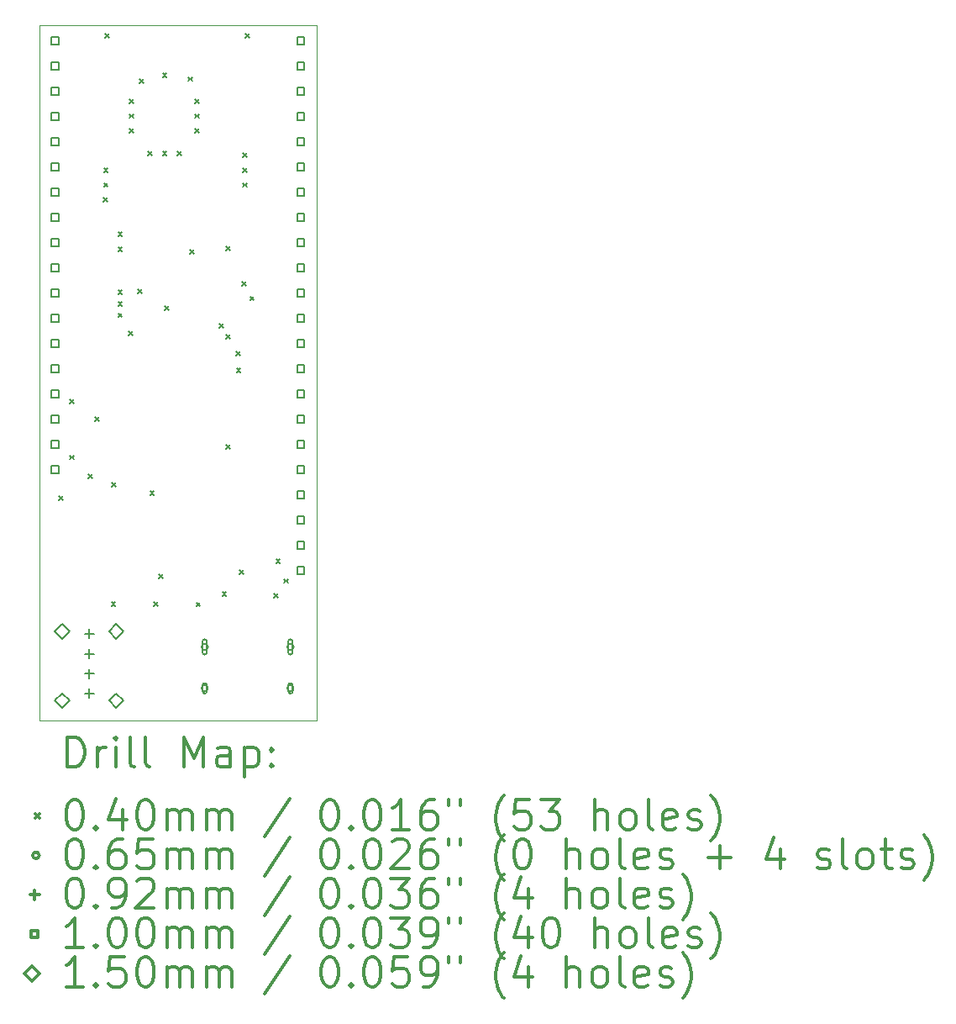
<source format=gbr>
%FSLAX45Y45*%
G04 Gerber Fmt 4.5, Leading zero omitted, Abs format (unit mm)*
G04 Created by KiCad (PCBNEW 5.1.9-73d0e3b20d~88~ubuntu20.04.1) date 2021-03-20 23:45:22*
%MOMM*%
%LPD*%
G01*
G04 APERTURE LIST*
%TA.AperFunction,Profile*%
%ADD10C,0.100000*%
%TD*%
%ADD11C,0.200000*%
%ADD12C,0.300000*%
G04 APERTURE END LIST*
D10*
X16480000Y-6710000D02*
X16480000Y-13710000D01*
X13690000Y-6710000D02*
X16480000Y-6710000D01*
X13690000Y-13710000D02*
X13690000Y-6710000D01*
X16480000Y-13710000D02*
X13690000Y-13710000D01*
D11*
X13884976Y-11453434D02*
X13924976Y-11493434D01*
X13924976Y-11453434D02*
X13884976Y-11493434D01*
X13997000Y-11042000D02*
X14037000Y-11082000D01*
X14037000Y-11042000D02*
X13997000Y-11082000D01*
X13997000Y-10479000D02*
X14037000Y-10519000D01*
X14037000Y-10479000D02*
X13997000Y-10519000D01*
X14181000Y-11234000D02*
X14221000Y-11274000D01*
X14221000Y-11234000D02*
X14181000Y-11274000D01*
X14247000Y-10656000D02*
X14287000Y-10696000D01*
X14287000Y-10656000D02*
X14247000Y-10696000D01*
X14335064Y-8450138D02*
X14375064Y-8490138D01*
X14375064Y-8450138D02*
X14335064Y-8490138D01*
X14336080Y-8149910D02*
X14376080Y-8189910D01*
X14376080Y-8149910D02*
X14336080Y-8189910D01*
X14336080Y-8300024D02*
X14376080Y-8340024D01*
X14376080Y-8300024D02*
X14336080Y-8340024D01*
X14352690Y-6800000D02*
X14392690Y-6840000D01*
X14392690Y-6800000D02*
X14352690Y-6840000D01*
X14412500Y-12520500D02*
X14452500Y-12560500D01*
X14452500Y-12520500D02*
X14412500Y-12560500D01*
X14415000Y-11318000D02*
X14455000Y-11358000D01*
X14455000Y-11318000D02*
X14415000Y-11358000D01*
X14480793Y-8794207D02*
X14520793Y-8834207D01*
X14520793Y-8794207D02*
X14480793Y-8834207D01*
X14480793Y-8946793D02*
X14520793Y-8986793D01*
X14520793Y-8946793D02*
X14480793Y-8986793D01*
X14480793Y-9376793D02*
X14520793Y-9416793D01*
X14520793Y-9376793D02*
X14480793Y-9416793D01*
X14480793Y-9495000D02*
X14520793Y-9535000D01*
X14520793Y-9495000D02*
X14480793Y-9535000D01*
X14480793Y-9613207D02*
X14520793Y-9653207D01*
X14520793Y-9613207D02*
X14480793Y-9653207D01*
X14590000Y-9795000D02*
X14630000Y-9835000D01*
X14630000Y-9795000D02*
X14590000Y-9835000D01*
X14598000Y-7455000D02*
X14638000Y-7495000D01*
X14638000Y-7455000D02*
X14598000Y-7495000D01*
X14598000Y-7605000D02*
X14638000Y-7645000D01*
X14638000Y-7605000D02*
X14598000Y-7645000D01*
X14598000Y-7755000D02*
X14638000Y-7795000D01*
X14638000Y-7755000D02*
X14598000Y-7795000D01*
X14678000Y-9372000D02*
X14718000Y-9412000D01*
X14718000Y-9372000D02*
X14678000Y-9412000D01*
X14699000Y-7255000D02*
X14739000Y-7295000D01*
X14739000Y-7255000D02*
X14699000Y-7295000D01*
X14781000Y-7981000D02*
X14821000Y-8021000D01*
X14821000Y-7981000D02*
X14781000Y-8021000D01*
X14802000Y-11402000D02*
X14842000Y-11442000D01*
X14842000Y-11402000D02*
X14802000Y-11442000D01*
X14839500Y-12521500D02*
X14879500Y-12561500D01*
X14879500Y-12521500D02*
X14839500Y-12561500D01*
X14891000Y-12240000D02*
X14931000Y-12280000D01*
X14931000Y-12240000D02*
X14891000Y-12280000D01*
X14930000Y-7195000D02*
X14970000Y-7235000D01*
X14970000Y-7195000D02*
X14930000Y-7235000D01*
X14931000Y-7981000D02*
X14971000Y-8021000D01*
X14971000Y-7981000D02*
X14931000Y-8021000D01*
X14952000Y-9538000D02*
X14992000Y-9578000D01*
X14992000Y-9538000D02*
X14952000Y-9578000D01*
X15081000Y-7981000D02*
X15121000Y-8021000D01*
X15121000Y-7981000D02*
X15081000Y-8021000D01*
X15187000Y-7233000D02*
X15227000Y-7273000D01*
X15227000Y-7233000D02*
X15187000Y-7273000D01*
X15206000Y-8972000D02*
X15246000Y-9012000D01*
X15246000Y-8972000D02*
X15206000Y-9012000D01*
X15253000Y-7755000D02*
X15293000Y-7795000D01*
X15293000Y-7755000D02*
X15253000Y-7795000D01*
X15253100Y-7605000D02*
X15293100Y-7645000D01*
X15293100Y-7605000D02*
X15253100Y-7645000D01*
X15254000Y-7455000D02*
X15294000Y-7495000D01*
X15294000Y-7455000D02*
X15254000Y-7495000D01*
X15268000Y-12525000D02*
X15308000Y-12565000D01*
X15308000Y-12525000D02*
X15268000Y-12565000D01*
X15499000Y-9721000D02*
X15539000Y-9761000D01*
X15539000Y-9721000D02*
X15499000Y-9761000D01*
X15530000Y-12416000D02*
X15570000Y-12456000D01*
X15570000Y-12416000D02*
X15530000Y-12456000D01*
X15569000Y-8938000D02*
X15609000Y-8978000D01*
X15609000Y-8938000D02*
X15569000Y-8978000D01*
X15572000Y-9829000D02*
X15612000Y-9869000D01*
X15612000Y-9829000D02*
X15572000Y-9869000D01*
X15572000Y-10940000D02*
X15612000Y-10980000D01*
X15612000Y-10940000D02*
X15572000Y-10980000D01*
X15673000Y-9995000D02*
X15713000Y-10035000D01*
X15713000Y-9995000D02*
X15673000Y-10035000D01*
X15675000Y-10167000D02*
X15715000Y-10207000D01*
X15715000Y-10167000D02*
X15675000Y-10207000D01*
X15707000Y-12196000D02*
X15747000Y-12236000D01*
X15747000Y-12196000D02*
X15707000Y-12236000D01*
X15727000Y-9295000D02*
X15767000Y-9335000D01*
X15767000Y-9295000D02*
X15727000Y-9335000D01*
X15738414Y-7999796D02*
X15778414Y-8039796D01*
X15778414Y-7999796D02*
X15738414Y-8039796D01*
X15738414Y-8149910D02*
X15778414Y-8189910D01*
X15778414Y-8149910D02*
X15738414Y-8189910D01*
X15738414Y-8299770D02*
X15778414Y-8339770D01*
X15778414Y-8299770D02*
X15738414Y-8339770D01*
X15761174Y-6800000D02*
X15801174Y-6840000D01*
X15801174Y-6800000D02*
X15761174Y-6840000D01*
X15811000Y-9442000D02*
X15851000Y-9482000D01*
X15851000Y-9442000D02*
X15811000Y-9482000D01*
X16051000Y-12437000D02*
X16091000Y-12477000D01*
X16091000Y-12437000D02*
X16051000Y-12477000D01*
X16072000Y-12087000D02*
X16112000Y-12127000D01*
X16112000Y-12087000D02*
X16072000Y-12127000D01*
X16151498Y-12287502D02*
X16191498Y-12327502D01*
X16191498Y-12287502D02*
X16151498Y-12327502D01*
X15386500Y-12972000D02*
G75*
G03*
X15386500Y-12972000I-32500J0D01*
G01*
X15331500Y-12917000D02*
X15331500Y-13027000D01*
X15376500Y-12917000D02*
X15376500Y-13027000D01*
X15331500Y-13027000D02*
G75*
G03*
X15376500Y-13027000I22500J0D01*
G01*
X15376500Y-12917000D02*
G75*
G03*
X15331500Y-12917000I-22500J0D01*
G01*
X15386500Y-13390000D02*
G75*
G03*
X15386500Y-13390000I-32500J0D01*
G01*
X15331500Y-13360000D02*
X15331500Y-13420000D01*
X15376500Y-13360000D02*
X15376500Y-13420000D01*
X15331500Y-13420000D02*
G75*
G03*
X15376500Y-13420000I22500J0D01*
G01*
X15376500Y-13360000D02*
G75*
G03*
X15331500Y-13360000I-22500J0D01*
G01*
X16250500Y-12972000D02*
G75*
G03*
X16250500Y-12972000I-32500J0D01*
G01*
X16195500Y-12917000D02*
X16195500Y-13027000D01*
X16240500Y-12917000D02*
X16240500Y-13027000D01*
X16195500Y-13027000D02*
G75*
G03*
X16240500Y-13027000I22500J0D01*
G01*
X16240500Y-12917000D02*
G75*
G03*
X16195500Y-12917000I-22500J0D01*
G01*
X16250500Y-13390000D02*
G75*
G03*
X16250500Y-13390000I-32500J0D01*
G01*
X16195500Y-13360000D02*
X16195500Y-13420000D01*
X16240500Y-13360000D02*
X16240500Y-13420000D01*
X16195500Y-13420000D02*
G75*
G03*
X16240500Y-13420000I22500J0D01*
G01*
X16240500Y-13360000D02*
G75*
G03*
X16195500Y-13360000I-22500J0D01*
G01*
X14190000Y-12794000D02*
X14190000Y-12886000D01*
X14144000Y-12840000D02*
X14236000Y-12840000D01*
X14190000Y-12994000D02*
X14190000Y-13086000D01*
X14144000Y-13040000D02*
X14236000Y-13040000D01*
X14190000Y-13194000D02*
X14190000Y-13286000D01*
X14144000Y-13240000D02*
X14236000Y-13240000D01*
X14190000Y-13394000D02*
X14190000Y-13486000D01*
X14144000Y-13440000D02*
X14236000Y-13440000D01*
X13880356Y-6902856D02*
X13880356Y-6832144D01*
X13809644Y-6832144D01*
X13809644Y-6902856D01*
X13880356Y-6902856D01*
X13880356Y-7156856D02*
X13880356Y-7086144D01*
X13809644Y-7086144D01*
X13809644Y-7156856D01*
X13880356Y-7156856D01*
X13880356Y-7410856D02*
X13880356Y-7340144D01*
X13809644Y-7340144D01*
X13809644Y-7410856D01*
X13880356Y-7410856D01*
X13880356Y-7664856D02*
X13880356Y-7594144D01*
X13809644Y-7594144D01*
X13809644Y-7664856D01*
X13880356Y-7664856D01*
X13880356Y-7918856D02*
X13880356Y-7848144D01*
X13809644Y-7848144D01*
X13809644Y-7918856D01*
X13880356Y-7918856D01*
X13880356Y-8172856D02*
X13880356Y-8102144D01*
X13809644Y-8102144D01*
X13809644Y-8172856D01*
X13880356Y-8172856D01*
X13880356Y-8426856D02*
X13880356Y-8356144D01*
X13809644Y-8356144D01*
X13809644Y-8426856D01*
X13880356Y-8426856D01*
X13880356Y-8680856D02*
X13880356Y-8610144D01*
X13809644Y-8610144D01*
X13809644Y-8680856D01*
X13880356Y-8680856D01*
X13880356Y-8934856D02*
X13880356Y-8864144D01*
X13809644Y-8864144D01*
X13809644Y-8934856D01*
X13880356Y-8934856D01*
X13880356Y-9188856D02*
X13880356Y-9118144D01*
X13809644Y-9118144D01*
X13809644Y-9188856D01*
X13880356Y-9188856D01*
X13880356Y-9442856D02*
X13880356Y-9372144D01*
X13809644Y-9372144D01*
X13809644Y-9442856D01*
X13880356Y-9442856D01*
X13880356Y-9696856D02*
X13880356Y-9626144D01*
X13809644Y-9626144D01*
X13809644Y-9696856D01*
X13880356Y-9696856D01*
X13880356Y-9950856D02*
X13880356Y-9880144D01*
X13809644Y-9880144D01*
X13809644Y-9950856D01*
X13880356Y-9950856D01*
X13880356Y-10204856D02*
X13880356Y-10134144D01*
X13809644Y-10134144D01*
X13809644Y-10204856D01*
X13880356Y-10204856D01*
X13880356Y-10458856D02*
X13880356Y-10388144D01*
X13809644Y-10388144D01*
X13809644Y-10458856D01*
X13880356Y-10458856D01*
X13880356Y-10712856D02*
X13880356Y-10642144D01*
X13809644Y-10642144D01*
X13809644Y-10712856D01*
X13880356Y-10712856D01*
X13880356Y-10966856D02*
X13880356Y-10896144D01*
X13809644Y-10896144D01*
X13809644Y-10966856D01*
X13880356Y-10966856D01*
X13880356Y-11220856D02*
X13880356Y-11150144D01*
X13809644Y-11150144D01*
X13809644Y-11220856D01*
X13880356Y-11220856D01*
X16359356Y-6902856D02*
X16359356Y-6832144D01*
X16288644Y-6832144D01*
X16288644Y-6902856D01*
X16359356Y-6902856D01*
X16359356Y-7156856D02*
X16359356Y-7086144D01*
X16288644Y-7086144D01*
X16288644Y-7156856D01*
X16359356Y-7156856D01*
X16359356Y-7410856D02*
X16359356Y-7340144D01*
X16288644Y-7340144D01*
X16288644Y-7410856D01*
X16359356Y-7410856D01*
X16359356Y-7664856D02*
X16359356Y-7594144D01*
X16288644Y-7594144D01*
X16288644Y-7664856D01*
X16359356Y-7664856D01*
X16359356Y-7918856D02*
X16359356Y-7848144D01*
X16288644Y-7848144D01*
X16288644Y-7918856D01*
X16359356Y-7918856D01*
X16359356Y-8172856D02*
X16359356Y-8102144D01*
X16288644Y-8102144D01*
X16288644Y-8172856D01*
X16359356Y-8172856D01*
X16359356Y-8426856D02*
X16359356Y-8356144D01*
X16288644Y-8356144D01*
X16288644Y-8426856D01*
X16359356Y-8426856D01*
X16359356Y-8680856D02*
X16359356Y-8610144D01*
X16288644Y-8610144D01*
X16288644Y-8680856D01*
X16359356Y-8680856D01*
X16359356Y-8934856D02*
X16359356Y-8864144D01*
X16288644Y-8864144D01*
X16288644Y-8934856D01*
X16359356Y-8934856D01*
X16359356Y-9188856D02*
X16359356Y-9118144D01*
X16288644Y-9118144D01*
X16288644Y-9188856D01*
X16359356Y-9188856D01*
X16359356Y-9442856D02*
X16359356Y-9372144D01*
X16288644Y-9372144D01*
X16288644Y-9442856D01*
X16359356Y-9442856D01*
X16359356Y-9696856D02*
X16359356Y-9626144D01*
X16288644Y-9626144D01*
X16288644Y-9696856D01*
X16359356Y-9696856D01*
X16359356Y-9950856D02*
X16359356Y-9880144D01*
X16288644Y-9880144D01*
X16288644Y-9950856D01*
X16359356Y-9950856D01*
X16359356Y-10204856D02*
X16359356Y-10134144D01*
X16288644Y-10134144D01*
X16288644Y-10204856D01*
X16359356Y-10204856D01*
X16359356Y-10458856D02*
X16359356Y-10388144D01*
X16288644Y-10388144D01*
X16288644Y-10458856D01*
X16359356Y-10458856D01*
X16359356Y-10712856D02*
X16359356Y-10642144D01*
X16288644Y-10642144D01*
X16288644Y-10712856D01*
X16359356Y-10712856D01*
X16359356Y-10966856D02*
X16359356Y-10896144D01*
X16288644Y-10896144D01*
X16288644Y-10966856D01*
X16359356Y-10966856D01*
X16359356Y-11220856D02*
X16359356Y-11150144D01*
X16288644Y-11150144D01*
X16288644Y-11220856D01*
X16359356Y-11220856D01*
X16359356Y-11474856D02*
X16359356Y-11404144D01*
X16288644Y-11404144D01*
X16288644Y-11474856D01*
X16359356Y-11474856D01*
X16359356Y-11728856D02*
X16359356Y-11658144D01*
X16288644Y-11658144D01*
X16288644Y-11728856D01*
X16359356Y-11728856D01*
X16359356Y-11982856D02*
X16359356Y-11912144D01*
X16288644Y-11912144D01*
X16288644Y-11982856D01*
X16359356Y-11982856D01*
X16359356Y-12236856D02*
X16359356Y-12166144D01*
X16288644Y-12166144D01*
X16288644Y-12236856D01*
X16359356Y-12236856D01*
X13918000Y-12888000D02*
X13993000Y-12813000D01*
X13918000Y-12738000D01*
X13843000Y-12813000D01*
X13918000Y-12888000D01*
X13918000Y-13588000D02*
X13993000Y-13513000D01*
X13918000Y-13438000D01*
X13843000Y-13513000D01*
X13918000Y-13588000D01*
X14462000Y-12888000D02*
X14537000Y-12813000D01*
X14462000Y-12738000D01*
X14387000Y-12813000D01*
X14462000Y-12888000D01*
X14462000Y-13588000D02*
X14537000Y-13513000D01*
X14462000Y-13438000D01*
X14387000Y-13513000D01*
X14462000Y-13588000D01*
D12*
X13971428Y-14180714D02*
X13971428Y-13880714D01*
X14042857Y-13880714D01*
X14085714Y-13895000D01*
X14114286Y-13923571D01*
X14128571Y-13952143D01*
X14142857Y-14009286D01*
X14142857Y-14052143D01*
X14128571Y-14109286D01*
X14114286Y-14137857D01*
X14085714Y-14166429D01*
X14042857Y-14180714D01*
X13971428Y-14180714D01*
X14271428Y-14180714D02*
X14271428Y-13980714D01*
X14271428Y-14037857D02*
X14285714Y-14009286D01*
X14300000Y-13995000D01*
X14328571Y-13980714D01*
X14357143Y-13980714D01*
X14457143Y-14180714D02*
X14457143Y-13980714D01*
X14457143Y-13880714D02*
X14442857Y-13895000D01*
X14457143Y-13909286D01*
X14471428Y-13895000D01*
X14457143Y-13880714D01*
X14457143Y-13909286D01*
X14642857Y-14180714D02*
X14614286Y-14166429D01*
X14600000Y-14137857D01*
X14600000Y-13880714D01*
X14800000Y-14180714D02*
X14771428Y-14166429D01*
X14757143Y-14137857D01*
X14757143Y-13880714D01*
X15142857Y-14180714D02*
X15142857Y-13880714D01*
X15242857Y-14095000D01*
X15342857Y-13880714D01*
X15342857Y-14180714D01*
X15614286Y-14180714D02*
X15614286Y-14023571D01*
X15600000Y-13995000D01*
X15571428Y-13980714D01*
X15514286Y-13980714D01*
X15485714Y-13995000D01*
X15614286Y-14166429D02*
X15585714Y-14180714D01*
X15514286Y-14180714D01*
X15485714Y-14166429D01*
X15471428Y-14137857D01*
X15471428Y-14109286D01*
X15485714Y-14080714D01*
X15514286Y-14066429D01*
X15585714Y-14066429D01*
X15614286Y-14052143D01*
X15757143Y-13980714D02*
X15757143Y-14280714D01*
X15757143Y-13995000D02*
X15785714Y-13980714D01*
X15842857Y-13980714D01*
X15871428Y-13995000D01*
X15885714Y-14009286D01*
X15900000Y-14037857D01*
X15900000Y-14123571D01*
X15885714Y-14152143D01*
X15871428Y-14166429D01*
X15842857Y-14180714D01*
X15785714Y-14180714D01*
X15757143Y-14166429D01*
X16028571Y-14152143D02*
X16042857Y-14166429D01*
X16028571Y-14180714D01*
X16014286Y-14166429D01*
X16028571Y-14152143D01*
X16028571Y-14180714D01*
X16028571Y-13995000D02*
X16042857Y-14009286D01*
X16028571Y-14023571D01*
X16014286Y-14009286D01*
X16028571Y-13995000D01*
X16028571Y-14023571D01*
X13645000Y-14655000D02*
X13685000Y-14695000D01*
X13685000Y-14655000D02*
X13645000Y-14695000D01*
X14028571Y-14510714D02*
X14057143Y-14510714D01*
X14085714Y-14525000D01*
X14100000Y-14539286D01*
X14114286Y-14567857D01*
X14128571Y-14625000D01*
X14128571Y-14696429D01*
X14114286Y-14753571D01*
X14100000Y-14782143D01*
X14085714Y-14796429D01*
X14057143Y-14810714D01*
X14028571Y-14810714D01*
X14000000Y-14796429D01*
X13985714Y-14782143D01*
X13971428Y-14753571D01*
X13957143Y-14696429D01*
X13957143Y-14625000D01*
X13971428Y-14567857D01*
X13985714Y-14539286D01*
X14000000Y-14525000D01*
X14028571Y-14510714D01*
X14257143Y-14782143D02*
X14271428Y-14796429D01*
X14257143Y-14810714D01*
X14242857Y-14796429D01*
X14257143Y-14782143D01*
X14257143Y-14810714D01*
X14528571Y-14610714D02*
X14528571Y-14810714D01*
X14457143Y-14496429D02*
X14385714Y-14710714D01*
X14571428Y-14710714D01*
X14742857Y-14510714D02*
X14771428Y-14510714D01*
X14800000Y-14525000D01*
X14814286Y-14539286D01*
X14828571Y-14567857D01*
X14842857Y-14625000D01*
X14842857Y-14696429D01*
X14828571Y-14753571D01*
X14814286Y-14782143D01*
X14800000Y-14796429D01*
X14771428Y-14810714D01*
X14742857Y-14810714D01*
X14714286Y-14796429D01*
X14700000Y-14782143D01*
X14685714Y-14753571D01*
X14671428Y-14696429D01*
X14671428Y-14625000D01*
X14685714Y-14567857D01*
X14700000Y-14539286D01*
X14714286Y-14525000D01*
X14742857Y-14510714D01*
X14971428Y-14810714D02*
X14971428Y-14610714D01*
X14971428Y-14639286D02*
X14985714Y-14625000D01*
X15014286Y-14610714D01*
X15057143Y-14610714D01*
X15085714Y-14625000D01*
X15100000Y-14653571D01*
X15100000Y-14810714D01*
X15100000Y-14653571D02*
X15114286Y-14625000D01*
X15142857Y-14610714D01*
X15185714Y-14610714D01*
X15214286Y-14625000D01*
X15228571Y-14653571D01*
X15228571Y-14810714D01*
X15371428Y-14810714D02*
X15371428Y-14610714D01*
X15371428Y-14639286D02*
X15385714Y-14625000D01*
X15414286Y-14610714D01*
X15457143Y-14610714D01*
X15485714Y-14625000D01*
X15500000Y-14653571D01*
X15500000Y-14810714D01*
X15500000Y-14653571D02*
X15514286Y-14625000D01*
X15542857Y-14610714D01*
X15585714Y-14610714D01*
X15614286Y-14625000D01*
X15628571Y-14653571D01*
X15628571Y-14810714D01*
X16214286Y-14496429D02*
X15957143Y-14882143D01*
X16600000Y-14510714D02*
X16628571Y-14510714D01*
X16657143Y-14525000D01*
X16671428Y-14539286D01*
X16685714Y-14567857D01*
X16700000Y-14625000D01*
X16700000Y-14696429D01*
X16685714Y-14753571D01*
X16671428Y-14782143D01*
X16657143Y-14796429D01*
X16628571Y-14810714D01*
X16600000Y-14810714D01*
X16571428Y-14796429D01*
X16557143Y-14782143D01*
X16542857Y-14753571D01*
X16528571Y-14696429D01*
X16528571Y-14625000D01*
X16542857Y-14567857D01*
X16557143Y-14539286D01*
X16571428Y-14525000D01*
X16600000Y-14510714D01*
X16828571Y-14782143D02*
X16842857Y-14796429D01*
X16828571Y-14810714D01*
X16814286Y-14796429D01*
X16828571Y-14782143D01*
X16828571Y-14810714D01*
X17028571Y-14510714D02*
X17057143Y-14510714D01*
X17085714Y-14525000D01*
X17100000Y-14539286D01*
X17114286Y-14567857D01*
X17128571Y-14625000D01*
X17128571Y-14696429D01*
X17114286Y-14753571D01*
X17100000Y-14782143D01*
X17085714Y-14796429D01*
X17057143Y-14810714D01*
X17028571Y-14810714D01*
X17000000Y-14796429D01*
X16985714Y-14782143D01*
X16971428Y-14753571D01*
X16957143Y-14696429D01*
X16957143Y-14625000D01*
X16971428Y-14567857D01*
X16985714Y-14539286D01*
X17000000Y-14525000D01*
X17028571Y-14510714D01*
X17414286Y-14810714D02*
X17242857Y-14810714D01*
X17328571Y-14810714D02*
X17328571Y-14510714D01*
X17300000Y-14553571D01*
X17271428Y-14582143D01*
X17242857Y-14596429D01*
X17671428Y-14510714D02*
X17614286Y-14510714D01*
X17585714Y-14525000D01*
X17571428Y-14539286D01*
X17542857Y-14582143D01*
X17528571Y-14639286D01*
X17528571Y-14753571D01*
X17542857Y-14782143D01*
X17557143Y-14796429D01*
X17585714Y-14810714D01*
X17642857Y-14810714D01*
X17671428Y-14796429D01*
X17685714Y-14782143D01*
X17700000Y-14753571D01*
X17700000Y-14682143D01*
X17685714Y-14653571D01*
X17671428Y-14639286D01*
X17642857Y-14625000D01*
X17585714Y-14625000D01*
X17557143Y-14639286D01*
X17542857Y-14653571D01*
X17528571Y-14682143D01*
X17814286Y-14510714D02*
X17814286Y-14567857D01*
X17928571Y-14510714D02*
X17928571Y-14567857D01*
X18371428Y-14925000D02*
X18357143Y-14910714D01*
X18328571Y-14867857D01*
X18314286Y-14839286D01*
X18300000Y-14796429D01*
X18285714Y-14725000D01*
X18285714Y-14667857D01*
X18300000Y-14596429D01*
X18314286Y-14553571D01*
X18328571Y-14525000D01*
X18357143Y-14482143D01*
X18371428Y-14467857D01*
X18628571Y-14510714D02*
X18485714Y-14510714D01*
X18471428Y-14653571D01*
X18485714Y-14639286D01*
X18514286Y-14625000D01*
X18585714Y-14625000D01*
X18614286Y-14639286D01*
X18628571Y-14653571D01*
X18642857Y-14682143D01*
X18642857Y-14753571D01*
X18628571Y-14782143D01*
X18614286Y-14796429D01*
X18585714Y-14810714D01*
X18514286Y-14810714D01*
X18485714Y-14796429D01*
X18471428Y-14782143D01*
X18742857Y-14510714D02*
X18928571Y-14510714D01*
X18828571Y-14625000D01*
X18871428Y-14625000D01*
X18900000Y-14639286D01*
X18914286Y-14653571D01*
X18928571Y-14682143D01*
X18928571Y-14753571D01*
X18914286Y-14782143D01*
X18900000Y-14796429D01*
X18871428Y-14810714D01*
X18785714Y-14810714D01*
X18757143Y-14796429D01*
X18742857Y-14782143D01*
X19285714Y-14810714D02*
X19285714Y-14510714D01*
X19414286Y-14810714D02*
X19414286Y-14653571D01*
X19400000Y-14625000D01*
X19371428Y-14610714D01*
X19328571Y-14610714D01*
X19300000Y-14625000D01*
X19285714Y-14639286D01*
X19600000Y-14810714D02*
X19571428Y-14796429D01*
X19557143Y-14782143D01*
X19542857Y-14753571D01*
X19542857Y-14667857D01*
X19557143Y-14639286D01*
X19571428Y-14625000D01*
X19600000Y-14610714D01*
X19642857Y-14610714D01*
X19671428Y-14625000D01*
X19685714Y-14639286D01*
X19700000Y-14667857D01*
X19700000Y-14753571D01*
X19685714Y-14782143D01*
X19671428Y-14796429D01*
X19642857Y-14810714D01*
X19600000Y-14810714D01*
X19871428Y-14810714D02*
X19842857Y-14796429D01*
X19828571Y-14767857D01*
X19828571Y-14510714D01*
X20100000Y-14796429D02*
X20071428Y-14810714D01*
X20014286Y-14810714D01*
X19985714Y-14796429D01*
X19971428Y-14767857D01*
X19971428Y-14653571D01*
X19985714Y-14625000D01*
X20014286Y-14610714D01*
X20071428Y-14610714D01*
X20100000Y-14625000D01*
X20114286Y-14653571D01*
X20114286Y-14682143D01*
X19971428Y-14710714D01*
X20228571Y-14796429D02*
X20257143Y-14810714D01*
X20314286Y-14810714D01*
X20342857Y-14796429D01*
X20357143Y-14767857D01*
X20357143Y-14753571D01*
X20342857Y-14725000D01*
X20314286Y-14710714D01*
X20271428Y-14710714D01*
X20242857Y-14696429D01*
X20228571Y-14667857D01*
X20228571Y-14653571D01*
X20242857Y-14625000D01*
X20271428Y-14610714D01*
X20314286Y-14610714D01*
X20342857Y-14625000D01*
X20457143Y-14925000D02*
X20471428Y-14910714D01*
X20500000Y-14867857D01*
X20514286Y-14839286D01*
X20528571Y-14796429D01*
X20542857Y-14725000D01*
X20542857Y-14667857D01*
X20528571Y-14596429D01*
X20514286Y-14553571D01*
X20500000Y-14525000D01*
X20471428Y-14482143D01*
X20457143Y-14467857D01*
X13685000Y-15071000D02*
G75*
G03*
X13685000Y-15071000I-32500J0D01*
G01*
X14028571Y-14906714D02*
X14057143Y-14906714D01*
X14085714Y-14921000D01*
X14100000Y-14935286D01*
X14114286Y-14963857D01*
X14128571Y-15021000D01*
X14128571Y-15092429D01*
X14114286Y-15149571D01*
X14100000Y-15178143D01*
X14085714Y-15192429D01*
X14057143Y-15206714D01*
X14028571Y-15206714D01*
X14000000Y-15192429D01*
X13985714Y-15178143D01*
X13971428Y-15149571D01*
X13957143Y-15092429D01*
X13957143Y-15021000D01*
X13971428Y-14963857D01*
X13985714Y-14935286D01*
X14000000Y-14921000D01*
X14028571Y-14906714D01*
X14257143Y-15178143D02*
X14271428Y-15192429D01*
X14257143Y-15206714D01*
X14242857Y-15192429D01*
X14257143Y-15178143D01*
X14257143Y-15206714D01*
X14528571Y-14906714D02*
X14471428Y-14906714D01*
X14442857Y-14921000D01*
X14428571Y-14935286D01*
X14400000Y-14978143D01*
X14385714Y-15035286D01*
X14385714Y-15149571D01*
X14400000Y-15178143D01*
X14414286Y-15192429D01*
X14442857Y-15206714D01*
X14500000Y-15206714D01*
X14528571Y-15192429D01*
X14542857Y-15178143D01*
X14557143Y-15149571D01*
X14557143Y-15078143D01*
X14542857Y-15049571D01*
X14528571Y-15035286D01*
X14500000Y-15021000D01*
X14442857Y-15021000D01*
X14414286Y-15035286D01*
X14400000Y-15049571D01*
X14385714Y-15078143D01*
X14828571Y-14906714D02*
X14685714Y-14906714D01*
X14671428Y-15049571D01*
X14685714Y-15035286D01*
X14714286Y-15021000D01*
X14785714Y-15021000D01*
X14814286Y-15035286D01*
X14828571Y-15049571D01*
X14842857Y-15078143D01*
X14842857Y-15149571D01*
X14828571Y-15178143D01*
X14814286Y-15192429D01*
X14785714Y-15206714D01*
X14714286Y-15206714D01*
X14685714Y-15192429D01*
X14671428Y-15178143D01*
X14971428Y-15206714D02*
X14971428Y-15006714D01*
X14971428Y-15035286D02*
X14985714Y-15021000D01*
X15014286Y-15006714D01*
X15057143Y-15006714D01*
X15085714Y-15021000D01*
X15100000Y-15049571D01*
X15100000Y-15206714D01*
X15100000Y-15049571D02*
X15114286Y-15021000D01*
X15142857Y-15006714D01*
X15185714Y-15006714D01*
X15214286Y-15021000D01*
X15228571Y-15049571D01*
X15228571Y-15206714D01*
X15371428Y-15206714D02*
X15371428Y-15006714D01*
X15371428Y-15035286D02*
X15385714Y-15021000D01*
X15414286Y-15006714D01*
X15457143Y-15006714D01*
X15485714Y-15021000D01*
X15500000Y-15049571D01*
X15500000Y-15206714D01*
X15500000Y-15049571D02*
X15514286Y-15021000D01*
X15542857Y-15006714D01*
X15585714Y-15006714D01*
X15614286Y-15021000D01*
X15628571Y-15049571D01*
X15628571Y-15206714D01*
X16214286Y-14892429D02*
X15957143Y-15278143D01*
X16600000Y-14906714D02*
X16628571Y-14906714D01*
X16657143Y-14921000D01*
X16671428Y-14935286D01*
X16685714Y-14963857D01*
X16700000Y-15021000D01*
X16700000Y-15092429D01*
X16685714Y-15149571D01*
X16671428Y-15178143D01*
X16657143Y-15192429D01*
X16628571Y-15206714D01*
X16600000Y-15206714D01*
X16571428Y-15192429D01*
X16557143Y-15178143D01*
X16542857Y-15149571D01*
X16528571Y-15092429D01*
X16528571Y-15021000D01*
X16542857Y-14963857D01*
X16557143Y-14935286D01*
X16571428Y-14921000D01*
X16600000Y-14906714D01*
X16828571Y-15178143D02*
X16842857Y-15192429D01*
X16828571Y-15206714D01*
X16814286Y-15192429D01*
X16828571Y-15178143D01*
X16828571Y-15206714D01*
X17028571Y-14906714D02*
X17057143Y-14906714D01*
X17085714Y-14921000D01*
X17100000Y-14935286D01*
X17114286Y-14963857D01*
X17128571Y-15021000D01*
X17128571Y-15092429D01*
X17114286Y-15149571D01*
X17100000Y-15178143D01*
X17085714Y-15192429D01*
X17057143Y-15206714D01*
X17028571Y-15206714D01*
X17000000Y-15192429D01*
X16985714Y-15178143D01*
X16971428Y-15149571D01*
X16957143Y-15092429D01*
X16957143Y-15021000D01*
X16971428Y-14963857D01*
X16985714Y-14935286D01*
X17000000Y-14921000D01*
X17028571Y-14906714D01*
X17242857Y-14935286D02*
X17257143Y-14921000D01*
X17285714Y-14906714D01*
X17357143Y-14906714D01*
X17385714Y-14921000D01*
X17400000Y-14935286D01*
X17414286Y-14963857D01*
X17414286Y-14992429D01*
X17400000Y-15035286D01*
X17228571Y-15206714D01*
X17414286Y-15206714D01*
X17671428Y-14906714D02*
X17614286Y-14906714D01*
X17585714Y-14921000D01*
X17571428Y-14935286D01*
X17542857Y-14978143D01*
X17528571Y-15035286D01*
X17528571Y-15149571D01*
X17542857Y-15178143D01*
X17557143Y-15192429D01*
X17585714Y-15206714D01*
X17642857Y-15206714D01*
X17671428Y-15192429D01*
X17685714Y-15178143D01*
X17700000Y-15149571D01*
X17700000Y-15078143D01*
X17685714Y-15049571D01*
X17671428Y-15035286D01*
X17642857Y-15021000D01*
X17585714Y-15021000D01*
X17557143Y-15035286D01*
X17542857Y-15049571D01*
X17528571Y-15078143D01*
X17814286Y-14906714D02*
X17814286Y-14963857D01*
X17928571Y-14906714D02*
X17928571Y-14963857D01*
X18371428Y-15321000D02*
X18357143Y-15306714D01*
X18328571Y-15263857D01*
X18314286Y-15235286D01*
X18300000Y-15192429D01*
X18285714Y-15121000D01*
X18285714Y-15063857D01*
X18300000Y-14992429D01*
X18314286Y-14949571D01*
X18328571Y-14921000D01*
X18357143Y-14878143D01*
X18371428Y-14863857D01*
X18542857Y-14906714D02*
X18571428Y-14906714D01*
X18600000Y-14921000D01*
X18614286Y-14935286D01*
X18628571Y-14963857D01*
X18642857Y-15021000D01*
X18642857Y-15092429D01*
X18628571Y-15149571D01*
X18614286Y-15178143D01*
X18600000Y-15192429D01*
X18571428Y-15206714D01*
X18542857Y-15206714D01*
X18514286Y-15192429D01*
X18500000Y-15178143D01*
X18485714Y-15149571D01*
X18471428Y-15092429D01*
X18471428Y-15021000D01*
X18485714Y-14963857D01*
X18500000Y-14935286D01*
X18514286Y-14921000D01*
X18542857Y-14906714D01*
X19000000Y-15206714D02*
X19000000Y-14906714D01*
X19128571Y-15206714D02*
X19128571Y-15049571D01*
X19114286Y-15021000D01*
X19085714Y-15006714D01*
X19042857Y-15006714D01*
X19014286Y-15021000D01*
X19000000Y-15035286D01*
X19314286Y-15206714D02*
X19285714Y-15192429D01*
X19271428Y-15178143D01*
X19257143Y-15149571D01*
X19257143Y-15063857D01*
X19271428Y-15035286D01*
X19285714Y-15021000D01*
X19314286Y-15006714D01*
X19357143Y-15006714D01*
X19385714Y-15021000D01*
X19400000Y-15035286D01*
X19414286Y-15063857D01*
X19414286Y-15149571D01*
X19400000Y-15178143D01*
X19385714Y-15192429D01*
X19357143Y-15206714D01*
X19314286Y-15206714D01*
X19585714Y-15206714D02*
X19557143Y-15192429D01*
X19542857Y-15163857D01*
X19542857Y-14906714D01*
X19814286Y-15192429D02*
X19785714Y-15206714D01*
X19728571Y-15206714D01*
X19700000Y-15192429D01*
X19685714Y-15163857D01*
X19685714Y-15049571D01*
X19700000Y-15021000D01*
X19728571Y-15006714D01*
X19785714Y-15006714D01*
X19814286Y-15021000D01*
X19828571Y-15049571D01*
X19828571Y-15078143D01*
X19685714Y-15106714D01*
X19942857Y-15192429D02*
X19971428Y-15206714D01*
X20028571Y-15206714D01*
X20057143Y-15192429D01*
X20071428Y-15163857D01*
X20071428Y-15149571D01*
X20057143Y-15121000D01*
X20028571Y-15106714D01*
X19985714Y-15106714D01*
X19957143Y-15092429D01*
X19942857Y-15063857D01*
X19942857Y-15049571D01*
X19957143Y-15021000D01*
X19985714Y-15006714D01*
X20028571Y-15006714D01*
X20057143Y-15021000D01*
X20428571Y-15092429D02*
X20657143Y-15092429D01*
X20542857Y-15206714D02*
X20542857Y-14978143D01*
X21157143Y-15006714D02*
X21157143Y-15206714D01*
X21085714Y-14892429D02*
X21014286Y-15106714D01*
X21200000Y-15106714D01*
X21528571Y-15192429D02*
X21557143Y-15206714D01*
X21614286Y-15206714D01*
X21642857Y-15192429D01*
X21657143Y-15163857D01*
X21657143Y-15149571D01*
X21642857Y-15121000D01*
X21614286Y-15106714D01*
X21571428Y-15106714D01*
X21542857Y-15092429D01*
X21528571Y-15063857D01*
X21528571Y-15049571D01*
X21542857Y-15021000D01*
X21571428Y-15006714D01*
X21614286Y-15006714D01*
X21642857Y-15021000D01*
X21828571Y-15206714D02*
X21800000Y-15192429D01*
X21785714Y-15163857D01*
X21785714Y-14906714D01*
X21985714Y-15206714D02*
X21957143Y-15192429D01*
X21942857Y-15178143D01*
X21928571Y-15149571D01*
X21928571Y-15063857D01*
X21942857Y-15035286D01*
X21957143Y-15021000D01*
X21985714Y-15006714D01*
X22028571Y-15006714D01*
X22057143Y-15021000D01*
X22071428Y-15035286D01*
X22085714Y-15063857D01*
X22085714Y-15149571D01*
X22071428Y-15178143D01*
X22057143Y-15192429D01*
X22028571Y-15206714D01*
X21985714Y-15206714D01*
X22171428Y-15006714D02*
X22285714Y-15006714D01*
X22214286Y-14906714D02*
X22214286Y-15163857D01*
X22228571Y-15192429D01*
X22257143Y-15206714D01*
X22285714Y-15206714D01*
X22371428Y-15192429D02*
X22400000Y-15206714D01*
X22457143Y-15206714D01*
X22485714Y-15192429D01*
X22500000Y-15163857D01*
X22500000Y-15149571D01*
X22485714Y-15121000D01*
X22457143Y-15106714D01*
X22414286Y-15106714D01*
X22385714Y-15092429D01*
X22371428Y-15063857D01*
X22371428Y-15049571D01*
X22385714Y-15021000D01*
X22414286Y-15006714D01*
X22457143Y-15006714D01*
X22485714Y-15021000D01*
X22600000Y-15321000D02*
X22614286Y-15306714D01*
X22642857Y-15263857D01*
X22657143Y-15235286D01*
X22671428Y-15192429D01*
X22685714Y-15121000D01*
X22685714Y-15063857D01*
X22671428Y-14992429D01*
X22657143Y-14949571D01*
X22642857Y-14921000D01*
X22614286Y-14878143D01*
X22600000Y-14863857D01*
X13639000Y-15421000D02*
X13639000Y-15513000D01*
X13593000Y-15467000D02*
X13685000Y-15467000D01*
X14028571Y-15302714D02*
X14057143Y-15302714D01*
X14085714Y-15317000D01*
X14100000Y-15331286D01*
X14114286Y-15359857D01*
X14128571Y-15417000D01*
X14128571Y-15488429D01*
X14114286Y-15545571D01*
X14100000Y-15574143D01*
X14085714Y-15588429D01*
X14057143Y-15602714D01*
X14028571Y-15602714D01*
X14000000Y-15588429D01*
X13985714Y-15574143D01*
X13971428Y-15545571D01*
X13957143Y-15488429D01*
X13957143Y-15417000D01*
X13971428Y-15359857D01*
X13985714Y-15331286D01*
X14000000Y-15317000D01*
X14028571Y-15302714D01*
X14257143Y-15574143D02*
X14271428Y-15588429D01*
X14257143Y-15602714D01*
X14242857Y-15588429D01*
X14257143Y-15574143D01*
X14257143Y-15602714D01*
X14414286Y-15602714D02*
X14471428Y-15602714D01*
X14500000Y-15588429D01*
X14514286Y-15574143D01*
X14542857Y-15531286D01*
X14557143Y-15474143D01*
X14557143Y-15359857D01*
X14542857Y-15331286D01*
X14528571Y-15317000D01*
X14500000Y-15302714D01*
X14442857Y-15302714D01*
X14414286Y-15317000D01*
X14400000Y-15331286D01*
X14385714Y-15359857D01*
X14385714Y-15431286D01*
X14400000Y-15459857D01*
X14414286Y-15474143D01*
X14442857Y-15488429D01*
X14500000Y-15488429D01*
X14528571Y-15474143D01*
X14542857Y-15459857D01*
X14557143Y-15431286D01*
X14671428Y-15331286D02*
X14685714Y-15317000D01*
X14714286Y-15302714D01*
X14785714Y-15302714D01*
X14814286Y-15317000D01*
X14828571Y-15331286D01*
X14842857Y-15359857D01*
X14842857Y-15388429D01*
X14828571Y-15431286D01*
X14657143Y-15602714D01*
X14842857Y-15602714D01*
X14971428Y-15602714D02*
X14971428Y-15402714D01*
X14971428Y-15431286D02*
X14985714Y-15417000D01*
X15014286Y-15402714D01*
X15057143Y-15402714D01*
X15085714Y-15417000D01*
X15100000Y-15445571D01*
X15100000Y-15602714D01*
X15100000Y-15445571D02*
X15114286Y-15417000D01*
X15142857Y-15402714D01*
X15185714Y-15402714D01*
X15214286Y-15417000D01*
X15228571Y-15445571D01*
X15228571Y-15602714D01*
X15371428Y-15602714D02*
X15371428Y-15402714D01*
X15371428Y-15431286D02*
X15385714Y-15417000D01*
X15414286Y-15402714D01*
X15457143Y-15402714D01*
X15485714Y-15417000D01*
X15500000Y-15445571D01*
X15500000Y-15602714D01*
X15500000Y-15445571D02*
X15514286Y-15417000D01*
X15542857Y-15402714D01*
X15585714Y-15402714D01*
X15614286Y-15417000D01*
X15628571Y-15445571D01*
X15628571Y-15602714D01*
X16214286Y-15288429D02*
X15957143Y-15674143D01*
X16600000Y-15302714D02*
X16628571Y-15302714D01*
X16657143Y-15317000D01*
X16671428Y-15331286D01*
X16685714Y-15359857D01*
X16700000Y-15417000D01*
X16700000Y-15488429D01*
X16685714Y-15545571D01*
X16671428Y-15574143D01*
X16657143Y-15588429D01*
X16628571Y-15602714D01*
X16600000Y-15602714D01*
X16571428Y-15588429D01*
X16557143Y-15574143D01*
X16542857Y-15545571D01*
X16528571Y-15488429D01*
X16528571Y-15417000D01*
X16542857Y-15359857D01*
X16557143Y-15331286D01*
X16571428Y-15317000D01*
X16600000Y-15302714D01*
X16828571Y-15574143D02*
X16842857Y-15588429D01*
X16828571Y-15602714D01*
X16814286Y-15588429D01*
X16828571Y-15574143D01*
X16828571Y-15602714D01*
X17028571Y-15302714D02*
X17057143Y-15302714D01*
X17085714Y-15317000D01*
X17100000Y-15331286D01*
X17114286Y-15359857D01*
X17128571Y-15417000D01*
X17128571Y-15488429D01*
X17114286Y-15545571D01*
X17100000Y-15574143D01*
X17085714Y-15588429D01*
X17057143Y-15602714D01*
X17028571Y-15602714D01*
X17000000Y-15588429D01*
X16985714Y-15574143D01*
X16971428Y-15545571D01*
X16957143Y-15488429D01*
X16957143Y-15417000D01*
X16971428Y-15359857D01*
X16985714Y-15331286D01*
X17000000Y-15317000D01*
X17028571Y-15302714D01*
X17228571Y-15302714D02*
X17414286Y-15302714D01*
X17314286Y-15417000D01*
X17357143Y-15417000D01*
X17385714Y-15431286D01*
X17400000Y-15445571D01*
X17414286Y-15474143D01*
X17414286Y-15545571D01*
X17400000Y-15574143D01*
X17385714Y-15588429D01*
X17357143Y-15602714D01*
X17271428Y-15602714D01*
X17242857Y-15588429D01*
X17228571Y-15574143D01*
X17671428Y-15302714D02*
X17614286Y-15302714D01*
X17585714Y-15317000D01*
X17571428Y-15331286D01*
X17542857Y-15374143D01*
X17528571Y-15431286D01*
X17528571Y-15545571D01*
X17542857Y-15574143D01*
X17557143Y-15588429D01*
X17585714Y-15602714D01*
X17642857Y-15602714D01*
X17671428Y-15588429D01*
X17685714Y-15574143D01*
X17700000Y-15545571D01*
X17700000Y-15474143D01*
X17685714Y-15445571D01*
X17671428Y-15431286D01*
X17642857Y-15417000D01*
X17585714Y-15417000D01*
X17557143Y-15431286D01*
X17542857Y-15445571D01*
X17528571Y-15474143D01*
X17814286Y-15302714D02*
X17814286Y-15359857D01*
X17928571Y-15302714D02*
X17928571Y-15359857D01*
X18371428Y-15717000D02*
X18357143Y-15702714D01*
X18328571Y-15659857D01*
X18314286Y-15631286D01*
X18300000Y-15588429D01*
X18285714Y-15517000D01*
X18285714Y-15459857D01*
X18300000Y-15388429D01*
X18314286Y-15345571D01*
X18328571Y-15317000D01*
X18357143Y-15274143D01*
X18371428Y-15259857D01*
X18614286Y-15402714D02*
X18614286Y-15602714D01*
X18542857Y-15288429D02*
X18471428Y-15502714D01*
X18657143Y-15502714D01*
X19000000Y-15602714D02*
X19000000Y-15302714D01*
X19128571Y-15602714D02*
X19128571Y-15445571D01*
X19114286Y-15417000D01*
X19085714Y-15402714D01*
X19042857Y-15402714D01*
X19014286Y-15417000D01*
X19000000Y-15431286D01*
X19314286Y-15602714D02*
X19285714Y-15588429D01*
X19271428Y-15574143D01*
X19257143Y-15545571D01*
X19257143Y-15459857D01*
X19271428Y-15431286D01*
X19285714Y-15417000D01*
X19314286Y-15402714D01*
X19357143Y-15402714D01*
X19385714Y-15417000D01*
X19400000Y-15431286D01*
X19414286Y-15459857D01*
X19414286Y-15545571D01*
X19400000Y-15574143D01*
X19385714Y-15588429D01*
X19357143Y-15602714D01*
X19314286Y-15602714D01*
X19585714Y-15602714D02*
X19557143Y-15588429D01*
X19542857Y-15559857D01*
X19542857Y-15302714D01*
X19814286Y-15588429D02*
X19785714Y-15602714D01*
X19728571Y-15602714D01*
X19700000Y-15588429D01*
X19685714Y-15559857D01*
X19685714Y-15445571D01*
X19700000Y-15417000D01*
X19728571Y-15402714D01*
X19785714Y-15402714D01*
X19814286Y-15417000D01*
X19828571Y-15445571D01*
X19828571Y-15474143D01*
X19685714Y-15502714D01*
X19942857Y-15588429D02*
X19971428Y-15602714D01*
X20028571Y-15602714D01*
X20057143Y-15588429D01*
X20071428Y-15559857D01*
X20071428Y-15545571D01*
X20057143Y-15517000D01*
X20028571Y-15502714D01*
X19985714Y-15502714D01*
X19957143Y-15488429D01*
X19942857Y-15459857D01*
X19942857Y-15445571D01*
X19957143Y-15417000D01*
X19985714Y-15402714D01*
X20028571Y-15402714D01*
X20057143Y-15417000D01*
X20171428Y-15717000D02*
X20185714Y-15702714D01*
X20214286Y-15659857D01*
X20228571Y-15631286D01*
X20242857Y-15588429D01*
X20257143Y-15517000D01*
X20257143Y-15459857D01*
X20242857Y-15388429D01*
X20228571Y-15345571D01*
X20214286Y-15317000D01*
X20185714Y-15274143D01*
X20171428Y-15259857D01*
X13670356Y-15898356D02*
X13670356Y-15827644D01*
X13599644Y-15827644D01*
X13599644Y-15898356D01*
X13670356Y-15898356D01*
X14128571Y-15998714D02*
X13957143Y-15998714D01*
X14042857Y-15998714D02*
X14042857Y-15698714D01*
X14014286Y-15741571D01*
X13985714Y-15770143D01*
X13957143Y-15784429D01*
X14257143Y-15970143D02*
X14271428Y-15984429D01*
X14257143Y-15998714D01*
X14242857Y-15984429D01*
X14257143Y-15970143D01*
X14257143Y-15998714D01*
X14457143Y-15698714D02*
X14485714Y-15698714D01*
X14514286Y-15713000D01*
X14528571Y-15727286D01*
X14542857Y-15755857D01*
X14557143Y-15813000D01*
X14557143Y-15884429D01*
X14542857Y-15941571D01*
X14528571Y-15970143D01*
X14514286Y-15984429D01*
X14485714Y-15998714D01*
X14457143Y-15998714D01*
X14428571Y-15984429D01*
X14414286Y-15970143D01*
X14400000Y-15941571D01*
X14385714Y-15884429D01*
X14385714Y-15813000D01*
X14400000Y-15755857D01*
X14414286Y-15727286D01*
X14428571Y-15713000D01*
X14457143Y-15698714D01*
X14742857Y-15698714D02*
X14771428Y-15698714D01*
X14800000Y-15713000D01*
X14814286Y-15727286D01*
X14828571Y-15755857D01*
X14842857Y-15813000D01*
X14842857Y-15884429D01*
X14828571Y-15941571D01*
X14814286Y-15970143D01*
X14800000Y-15984429D01*
X14771428Y-15998714D01*
X14742857Y-15998714D01*
X14714286Y-15984429D01*
X14700000Y-15970143D01*
X14685714Y-15941571D01*
X14671428Y-15884429D01*
X14671428Y-15813000D01*
X14685714Y-15755857D01*
X14700000Y-15727286D01*
X14714286Y-15713000D01*
X14742857Y-15698714D01*
X14971428Y-15998714D02*
X14971428Y-15798714D01*
X14971428Y-15827286D02*
X14985714Y-15813000D01*
X15014286Y-15798714D01*
X15057143Y-15798714D01*
X15085714Y-15813000D01*
X15100000Y-15841571D01*
X15100000Y-15998714D01*
X15100000Y-15841571D02*
X15114286Y-15813000D01*
X15142857Y-15798714D01*
X15185714Y-15798714D01*
X15214286Y-15813000D01*
X15228571Y-15841571D01*
X15228571Y-15998714D01*
X15371428Y-15998714D02*
X15371428Y-15798714D01*
X15371428Y-15827286D02*
X15385714Y-15813000D01*
X15414286Y-15798714D01*
X15457143Y-15798714D01*
X15485714Y-15813000D01*
X15500000Y-15841571D01*
X15500000Y-15998714D01*
X15500000Y-15841571D02*
X15514286Y-15813000D01*
X15542857Y-15798714D01*
X15585714Y-15798714D01*
X15614286Y-15813000D01*
X15628571Y-15841571D01*
X15628571Y-15998714D01*
X16214286Y-15684429D02*
X15957143Y-16070143D01*
X16600000Y-15698714D02*
X16628571Y-15698714D01*
X16657143Y-15713000D01*
X16671428Y-15727286D01*
X16685714Y-15755857D01*
X16700000Y-15813000D01*
X16700000Y-15884429D01*
X16685714Y-15941571D01*
X16671428Y-15970143D01*
X16657143Y-15984429D01*
X16628571Y-15998714D01*
X16600000Y-15998714D01*
X16571428Y-15984429D01*
X16557143Y-15970143D01*
X16542857Y-15941571D01*
X16528571Y-15884429D01*
X16528571Y-15813000D01*
X16542857Y-15755857D01*
X16557143Y-15727286D01*
X16571428Y-15713000D01*
X16600000Y-15698714D01*
X16828571Y-15970143D02*
X16842857Y-15984429D01*
X16828571Y-15998714D01*
X16814286Y-15984429D01*
X16828571Y-15970143D01*
X16828571Y-15998714D01*
X17028571Y-15698714D02*
X17057143Y-15698714D01*
X17085714Y-15713000D01*
X17100000Y-15727286D01*
X17114286Y-15755857D01*
X17128571Y-15813000D01*
X17128571Y-15884429D01*
X17114286Y-15941571D01*
X17100000Y-15970143D01*
X17085714Y-15984429D01*
X17057143Y-15998714D01*
X17028571Y-15998714D01*
X17000000Y-15984429D01*
X16985714Y-15970143D01*
X16971428Y-15941571D01*
X16957143Y-15884429D01*
X16957143Y-15813000D01*
X16971428Y-15755857D01*
X16985714Y-15727286D01*
X17000000Y-15713000D01*
X17028571Y-15698714D01*
X17228571Y-15698714D02*
X17414286Y-15698714D01*
X17314286Y-15813000D01*
X17357143Y-15813000D01*
X17385714Y-15827286D01*
X17400000Y-15841571D01*
X17414286Y-15870143D01*
X17414286Y-15941571D01*
X17400000Y-15970143D01*
X17385714Y-15984429D01*
X17357143Y-15998714D01*
X17271428Y-15998714D01*
X17242857Y-15984429D01*
X17228571Y-15970143D01*
X17557143Y-15998714D02*
X17614286Y-15998714D01*
X17642857Y-15984429D01*
X17657143Y-15970143D01*
X17685714Y-15927286D01*
X17700000Y-15870143D01*
X17700000Y-15755857D01*
X17685714Y-15727286D01*
X17671428Y-15713000D01*
X17642857Y-15698714D01*
X17585714Y-15698714D01*
X17557143Y-15713000D01*
X17542857Y-15727286D01*
X17528571Y-15755857D01*
X17528571Y-15827286D01*
X17542857Y-15855857D01*
X17557143Y-15870143D01*
X17585714Y-15884429D01*
X17642857Y-15884429D01*
X17671428Y-15870143D01*
X17685714Y-15855857D01*
X17700000Y-15827286D01*
X17814286Y-15698714D02*
X17814286Y-15755857D01*
X17928571Y-15698714D02*
X17928571Y-15755857D01*
X18371428Y-16113000D02*
X18357143Y-16098714D01*
X18328571Y-16055857D01*
X18314286Y-16027286D01*
X18300000Y-15984429D01*
X18285714Y-15913000D01*
X18285714Y-15855857D01*
X18300000Y-15784429D01*
X18314286Y-15741571D01*
X18328571Y-15713000D01*
X18357143Y-15670143D01*
X18371428Y-15655857D01*
X18614286Y-15798714D02*
X18614286Y-15998714D01*
X18542857Y-15684429D02*
X18471428Y-15898714D01*
X18657143Y-15898714D01*
X18828571Y-15698714D02*
X18857143Y-15698714D01*
X18885714Y-15713000D01*
X18900000Y-15727286D01*
X18914286Y-15755857D01*
X18928571Y-15813000D01*
X18928571Y-15884429D01*
X18914286Y-15941571D01*
X18900000Y-15970143D01*
X18885714Y-15984429D01*
X18857143Y-15998714D01*
X18828571Y-15998714D01*
X18800000Y-15984429D01*
X18785714Y-15970143D01*
X18771428Y-15941571D01*
X18757143Y-15884429D01*
X18757143Y-15813000D01*
X18771428Y-15755857D01*
X18785714Y-15727286D01*
X18800000Y-15713000D01*
X18828571Y-15698714D01*
X19285714Y-15998714D02*
X19285714Y-15698714D01*
X19414286Y-15998714D02*
X19414286Y-15841571D01*
X19400000Y-15813000D01*
X19371428Y-15798714D01*
X19328571Y-15798714D01*
X19300000Y-15813000D01*
X19285714Y-15827286D01*
X19600000Y-15998714D02*
X19571428Y-15984429D01*
X19557143Y-15970143D01*
X19542857Y-15941571D01*
X19542857Y-15855857D01*
X19557143Y-15827286D01*
X19571428Y-15813000D01*
X19600000Y-15798714D01*
X19642857Y-15798714D01*
X19671428Y-15813000D01*
X19685714Y-15827286D01*
X19700000Y-15855857D01*
X19700000Y-15941571D01*
X19685714Y-15970143D01*
X19671428Y-15984429D01*
X19642857Y-15998714D01*
X19600000Y-15998714D01*
X19871428Y-15998714D02*
X19842857Y-15984429D01*
X19828571Y-15955857D01*
X19828571Y-15698714D01*
X20100000Y-15984429D02*
X20071428Y-15998714D01*
X20014286Y-15998714D01*
X19985714Y-15984429D01*
X19971428Y-15955857D01*
X19971428Y-15841571D01*
X19985714Y-15813000D01*
X20014286Y-15798714D01*
X20071428Y-15798714D01*
X20100000Y-15813000D01*
X20114286Y-15841571D01*
X20114286Y-15870143D01*
X19971428Y-15898714D01*
X20228571Y-15984429D02*
X20257143Y-15998714D01*
X20314286Y-15998714D01*
X20342857Y-15984429D01*
X20357143Y-15955857D01*
X20357143Y-15941571D01*
X20342857Y-15913000D01*
X20314286Y-15898714D01*
X20271428Y-15898714D01*
X20242857Y-15884429D01*
X20228571Y-15855857D01*
X20228571Y-15841571D01*
X20242857Y-15813000D01*
X20271428Y-15798714D01*
X20314286Y-15798714D01*
X20342857Y-15813000D01*
X20457143Y-16113000D02*
X20471428Y-16098714D01*
X20500000Y-16055857D01*
X20514286Y-16027286D01*
X20528571Y-15984429D01*
X20542857Y-15913000D01*
X20542857Y-15855857D01*
X20528571Y-15784429D01*
X20514286Y-15741571D01*
X20500000Y-15713000D01*
X20471428Y-15670143D01*
X20457143Y-15655857D01*
X13610000Y-16334000D02*
X13685000Y-16259000D01*
X13610000Y-16184000D01*
X13535000Y-16259000D01*
X13610000Y-16334000D01*
X14128571Y-16394714D02*
X13957143Y-16394714D01*
X14042857Y-16394714D02*
X14042857Y-16094714D01*
X14014286Y-16137571D01*
X13985714Y-16166143D01*
X13957143Y-16180429D01*
X14257143Y-16366143D02*
X14271428Y-16380429D01*
X14257143Y-16394714D01*
X14242857Y-16380429D01*
X14257143Y-16366143D01*
X14257143Y-16394714D01*
X14542857Y-16094714D02*
X14400000Y-16094714D01*
X14385714Y-16237571D01*
X14400000Y-16223286D01*
X14428571Y-16209000D01*
X14500000Y-16209000D01*
X14528571Y-16223286D01*
X14542857Y-16237571D01*
X14557143Y-16266143D01*
X14557143Y-16337571D01*
X14542857Y-16366143D01*
X14528571Y-16380429D01*
X14500000Y-16394714D01*
X14428571Y-16394714D01*
X14400000Y-16380429D01*
X14385714Y-16366143D01*
X14742857Y-16094714D02*
X14771428Y-16094714D01*
X14800000Y-16109000D01*
X14814286Y-16123286D01*
X14828571Y-16151857D01*
X14842857Y-16209000D01*
X14842857Y-16280429D01*
X14828571Y-16337571D01*
X14814286Y-16366143D01*
X14800000Y-16380429D01*
X14771428Y-16394714D01*
X14742857Y-16394714D01*
X14714286Y-16380429D01*
X14700000Y-16366143D01*
X14685714Y-16337571D01*
X14671428Y-16280429D01*
X14671428Y-16209000D01*
X14685714Y-16151857D01*
X14700000Y-16123286D01*
X14714286Y-16109000D01*
X14742857Y-16094714D01*
X14971428Y-16394714D02*
X14971428Y-16194714D01*
X14971428Y-16223286D02*
X14985714Y-16209000D01*
X15014286Y-16194714D01*
X15057143Y-16194714D01*
X15085714Y-16209000D01*
X15100000Y-16237571D01*
X15100000Y-16394714D01*
X15100000Y-16237571D02*
X15114286Y-16209000D01*
X15142857Y-16194714D01*
X15185714Y-16194714D01*
X15214286Y-16209000D01*
X15228571Y-16237571D01*
X15228571Y-16394714D01*
X15371428Y-16394714D02*
X15371428Y-16194714D01*
X15371428Y-16223286D02*
X15385714Y-16209000D01*
X15414286Y-16194714D01*
X15457143Y-16194714D01*
X15485714Y-16209000D01*
X15500000Y-16237571D01*
X15500000Y-16394714D01*
X15500000Y-16237571D02*
X15514286Y-16209000D01*
X15542857Y-16194714D01*
X15585714Y-16194714D01*
X15614286Y-16209000D01*
X15628571Y-16237571D01*
X15628571Y-16394714D01*
X16214286Y-16080429D02*
X15957143Y-16466143D01*
X16600000Y-16094714D02*
X16628571Y-16094714D01*
X16657143Y-16109000D01*
X16671428Y-16123286D01*
X16685714Y-16151857D01*
X16700000Y-16209000D01*
X16700000Y-16280429D01*
X16685714Y-16337571D01*
X16671428Y-16366143D01*
X16657143Y-16380429D01*
X16628571Y-16394714D01*
X16600000Y-16394714D01*
X16571428Y-16380429D01*
X16557143Y-16366143D01*
X16542857Y-16337571D01*
X16528571Y-16280429D01*
X16528571Y-16209000D01*
X16542857Y-16151857D01*
X16557143Y-16123286D01*
X16571428Y-16109000D01*
X16600000Y-16094714D01*
X16828571Y-16366143D02*
X16842857Y-16380429D01*
X16828571Y-16394714D01*
X16814286Y-16380429D01*
X16828571Y-16366143D01*
X16828571Y-16394714D01*
X17028571Y-16094714D02*
X17057143Y-16094714D01*
X17085714Y-16109000D01*
X17100000Y-16123286D01*
X17114286Y-16151857D01*
X17128571Y-16209000D01*
X17128571Y-16280429D01*
X17114286Y-16337571D01*
X17100000Y-16366143D01*
X17085714Y-16380429D01*
X17057143Y-16394714D01*
X17028571Y-16394714D01*
X17000000Y-16380429D01*
X16985714Y-16366143D01*
X16971428Y-16337571D01*
X16957143Y-16280429D01*
X16957143Y-16209000D01*
X16971428Y-16151857D01*
X16985714Y-16123286D01*
X17000000Y-16109000D01*
X17028571Y-16094714D01*
X17400000Y-16094714D02*
X17257143Y-16094714D01*
X17242857Y-16237571D01*
X17257143Y-16223286D01*
X17285714Y-16209000D01*
X17357143Y-16209000D01*
X17385714Y-16223286D01*
X17400000Y-16237571D01*
X17414286Y-16266143D01*
X17414286Y-16337571D01*
X17400000Y-16366143D01*
X17385714Y-16380429D01*
X17357143Y-16394714D01*
X17285714Y-16394714D01*
X17257143Y-16380429D01*
X17242857Y-16366143D01*
X17557143Y-16394714D02*
X17614286Y-16394714D01*
X17642857Y-16380429D01*
X17657143Y-16366143D01*
X17685714Y-16323286D01*
X17700000Y-16266143D01*
X17700000Y-16151857D01*
X17685714Y-16123286D01*
X17671428Y-16109000D01*
X17642857Y-16094714D01*
X17585714Y-16094714D01*
X17557143Y-16109000D01*
X17542857Y-16123286D01*
X17528571Y-16151857D01*
X17528571Y-16223286D01*
X17542857Y-16251857D01*
X17557143Y-16266143D01*
X17585714Y-16280429D01*
X17642857Y-16280429D01*
X17671428Y-16266143D01*
X17685714Y-16251857D01*
X17700000Y-16223286D01*
X17814286Y-16094714D02*
X17814286Y-16151857D01*
X17928571Y-16094714D02*
X17928571Y-16151857D01*
X18371428Y-16509000D02*
X18357143Y-16494714D01*
X18328571Y-16451857D01*
X18314286Y-16423286D01*
X18300000Y-16380429D01*
X18285714Y-16309000D01*
X18285714Y-16251857D01*
X18300000Y-16180429D01*
X18314286Y-16137571D01*
X18328571Y-16109000D01*
X18357143Y-16066143D01*
X18371428Y-16051857D01*
X18614286Y-16194714D02*
X18614286Y-16394714D01*
X18542857Y-16080429D02*
X18471428Y-16294714D01*
X18657143Y-16294714D01*
X19000000Y-16394714D02*
X19000000Y-16094714D01*
X19128571Y-16394714D02*
X19128571Y-16237571D01*
X19114286Y-16209000D01*
X19085714Y-16194714D01*
X19042857Y-16194714D01*
X19014286Y-16209000D01*
X19000000Y-16223286D01*
X19314286Y-16394714D02*
X19285714Y-16380429D01*
X19271428Y-16366143D01*
X19257143Y-16337571D01*
X19257143Y-16251857D01*
X19271428Y-16223286D01*
X19285714Y-16209000D01*
X19314286Y-16194714D01*
X19357143Y-16194714D01*
X19385714Y-16209000D01*
X19400000Y-16223286D01*
X19414286Y-16251857D01*
X19414286Y-16337571D01*
X19400000Y-16366143D01*
X19385714Y-16380429D01*
X19357143Y-16394714D01*
X19314286Y-16394714D01*
X19585714Y-16394714D02*
X19557143Y-16380429D01*
X19542857Y-16351857D01*
X19542857Y-16094714D01*
X19814286Y-16380429D02*
X19785714Y-16394714D01*
X19728571Y-16394714D01*
X19700000Y-16380429D01*
X19685714Y-16351857D01*
X19685714Y-16237571D01*
X19700000Y-16209000D01*
X19728571Y-16194714D01*
X19785714Y-16194714D01*
X19814286Y-16209000D01*
X19828571Y-16237571D01*
X19828571Y-16266143D01*
X19685714Y-16294714D01*
X19942857Y-16380429D02*
X19971428Y-16394714D01*
X20028571Y-16394714D01*
X20057143Y-16380429D01*
X20071428Y-16351857D01*
X20071428Y-16337571D01*
X20057143Y-16309000D01*
X20028571Y-16294714D01*
X19985714Y-16294714D01*
X19957143Y-16280429D01*
X19942857Y-16251857D01*
X19942857Y-16237571D01*
X19957143Y-16209000D01*
X19985714Y-16194714D01*
X20028571Y-16194714D01*
X20057143Y-16209000D01*
X20171428Y-16509000D02*
X20185714Y-16494714D01*
X20214286Y-16451857D01*
X20228571Y-16423286D01*
X20242857Y-16380429D01*
X20257143Y-16309000D01*
X20257143Y-16251857D01*
X20242857Y-16180429D01*
X20228571Y-16137571D01*
X20214286Y-16109000D01*
X20185714Y-16066143D01*
X20171428Y-16051857D01*
M02*

</source>
